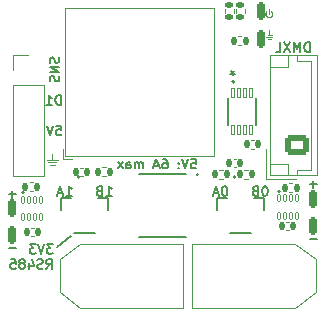
<source format=gbo>
G04 #@! TF.GenerationSoftware,KiCad,Pcbnew,7.0.7*
G04 #@! TF.CreationDate,2024-01-02T23:05:42-05:00*
G04 #@! TF.ProjectId,squirrelbrain,73717569-7272-4656-9c62-7261696e2e6b,1*
G04 #@! TF.SameCoordinates,Original*
G04 #@! TF.FileFunction,Legend,Bot*
G04 #@! TF.FilePolarity,Positive*
%FSLAX46Y46*%
G04 Gerber Fmt 4.6, Leading zero omitted, Abs format (unit mm)*
G04 Created by KiCad (PCBNEW 7.0.7) date 2024-01-02 23:05:42*
%MOMM*%
%LPD*%
G01*
G04 APERTURE LIST*
G04 Aperture macros list*
%AMRoundRect*
0 Rectangle with rounded corners*
0 $1 Rounding radius*
0 $2 $3 $4 $5 $6 $7 $8 $9 X,Y pos of 4 corners*
0 Add a 4 corners polygon primitive as box body*
4,1,4,$2,$3,$4,$5,$6,$7,$8,$9,$2,$3,0*
0 Add four circle primitives for the rounded corners*
1,1,$1+$1,$2,$3*
1,1,$1+$1,$4,$5*
1,1,$1+$1,$6,$7*
1,1,$1+$1,$8,$9*
0 Add four rect primitives between the rounded corners*
20,1,$1+$1,$2,$3,$4,$5,0*
20,1,$1+$1,$4,$5,$6,$7,0*
20,1,$1+$1,$6,$7,$8,$9,0*
20,1,$1+$1,$8,$9,$2,$3,0*%
G04 Aperture macros list end*
%ADD10C,0.150000*%
%ADD11C,0.120000*%
%ADD12C,0.200000*%
%ADD13C,0.127000*%
%ADD14C,0.152400*%
%ADD15RoundRect,0.150000X0.150000X0.600000X-0.150000X0.600000X-0.150000X-0.600000X0.150000X-0.600000X0*%
%ADD16RoundRect,0.135000X0.185000X-0.135000X0.185000X0.135000X-0.185000X0.135000X-0.185000X-0.135000X0*%
%ADD17O,1.700000X1.700000*%
%ADD18R,1.700000X1.700000*%
%ADD19RoundRect,0.009000X-0.141000X0.416000X-0.141000X-0.416000X0.141000X-0.416000X0.141000X0.416000X0*%
%ADD20R,0.200000X0.604799*%
%ADD21R,0.873098X0.250000*%
%ADD22RoundRect,0.140000X-0.140000X-0.170000X0.140000X-0.170000X0.140000X0.170000X-0.140000X0.170000X0*%
%ADD23R,0.385000X0.690000*%
%ADD24R,1.035000X0.690000*%
%ADD25RoundRect,0.135000X-0.135000X-0.185000X0.135000X-0.185000X0.135000X0.185000X-0.135000X0.185000X0*%
%ADD26RoundRect,0.135000X0.135000X0.185000X-0.135000X0.185000X-0.135000X-0.185000X0.135000X-0.185000X0*%
%ADD27R,1.200000X1.800000*%
%ADD28R,0.600000X1.550000*%
%ADD29R,3.800000X3.800000*%
%ADD30C,3.800000*%
%ADD31RoundRect,0.050000X-0.100000X0.285000X-0.100000X-0.285000X0.100000X-0.285000X0.100000X0.285000X0*%
%ADD32R,1.404099X0.354800*%
%ADD33R,2.768600X3.378200*%
%ADD34R,1.060000X1.060000*%
%ADD35RoundRect,0.250000X0.725000X-0.600000X0.725000X0.600000X-0.725000X0.600000X-0.725000X-0.600000X0*%
%ADD36O,1.950000X1.700000*%
G04 APERTURE END LIST*
D10*
X63060839Y-52364534D02*
X62451316Y-52364534D01*
X62756077Y-52669296D02*
X62756077Y-52059772D01*
X63060839Y-56964534D02*
X62451316Y-56964534D01*
X37585839Y-53189534D02*
X36976316Y-53189534D01*
X37281077Y-53494296D02*
X37281077Y-52884772D01*
X37585839Y-57764534D02*
X36976316Y-57764534D01*
X52454887Y-50219295D02*
X52835839Y-50219295D01*
X52835839Y-50219295D02*
X52873935Y-50600247D01*
X52873935Y-50600247D02*
X52835839Y-50562152D01*
X52835839Y-50562152D02*
X52759649Y-50524057D01*
X52759649Y-50524057D02*
X52569173Y-50524057D01*
X52569173Y-50524057D02*
X52492982Y-50562152D01*
X52492982Y-50562152D02*
X52454887Y-50600247D01*
X52454887Y-50600247D02*
X52416792Y-50676438D01*
X52416792Y-50676438D02*
X52416792Y-50866914D01*
X52416792Y-50866914D02*
X52454887Y-50943104D01*
X52454887Y-50943104D02*
X52492982Y-50981200D01*
X52492982Y-50981200D02*
X52569173Y-51019295D01*
X52569173Y-51019295D02*
X52759649Y-51019295D01*
X52759649Y-51019295D02*
X52835839Y-50981200D01*
X52835839Y-50981200D02*
X52873935Y-50943104D01*
X52188220Y-50219295D02*
X51921553Y-51019295D01*
X51921553Y-51019295D02*
X51654887Y-50219295D01*
X51388220Y-50943104D02*
X51350125Y-50981200D01*
X51350125Y-50981200D02*
X51388220Y-51019295D01*
X51388220Y-51019295D02*
X51426316Y-50981200D01*
X51426316Y-50981200D02*
X51388220Y-50943104D01*
X51388220Y-50943104D02*
X51388220Y-51019295D01*
X51388220Y-50524057D02*
X51350125Y-50562152D01*
X51350125Y-50562152D02*
X51388220Y-50600247D01*
X51388220Y-50600247D02*
X51426316Y-50562152D01*
X51426316Y-50562152D02*
X51388220Y-50524057D01*
X51388220Y-50524057D02*
X51388220Y-50600247D01*
X50054887Y-50219295D02*
X50207268Y-50219295D01*
X50207268Y-50219295D02*
X50283459Y-50257390D01*
X50283459Y-50257390D02*
X50321554Y-50295485D01*
X50321554Y-50295485D02*
X50397744Y-50409771D01*
X50397744Y-50409771D02*
X50435840Y-50562152D01*
X50435840Y-50562152D02*
X50435840Y-50866914D01*
X50435840Y-50866914D02*
X50397744Y-50943104D01*
X50397744Y-50943104D02*
X50359649Y-50981200D01*
X50359649Y-50981200D02*
X50283459Y-51019295D01*
X50283459Y-51019295D02*
X50131078Y-51019295D01*
X50131078Y-51019295D02*
X50054887Y-50981200D01*
X50054887Y-50981200D02*
X50016792Y-50943104D01*
X50016792Y-50943104D02*
X49978697Y-50866914D01*
X49978697Y-50866914D02*
X49978697Y-50676438D01*
X49978697Y-50676438D02*
X50016792Y-50600247D01*
X50016792Y-50600247D02*
X50054887Y-50562152D01*
X50054887Y-50562152D02*
X50131078Y-50524057D01*
X50131078Y-50524057D02*
X50283459Y-50524057D01*
X50283459Y-50524057D02*
X50359649Y-50562152D01*
X50359649Y-50562152D02*
X50397744Y-50600247D01*
X50397744Y-50600247D02*
X50435840Y-50676438D01*
X49673935Y-50790723D02*
X49292982Y-50790723D01*
X49750125Y-51019295D02*
X49483458Y-50219295D01*
X49483458Y-50219295D02*
X49216792Y-51019295D01*
X48340601Y-51019295D02*
X48340601Y-50485961D01*
X48340601Y-50562152D02*
X48302506Y-50524057D01*
X48302506Y-50524057D02*
X48226316Y-50485961D01*
X48226316Y-50485961D02*
X48112030Y-50485961D01*
X48112030Y-50485961D02*
X48035839Y-50524057D01*
X48035839Y-50524057D02*
X47997744Y-50600247D01*
X47997744Y-50600247D02*
X47997744Y-51019295D01*
X47997744Y-50600247D02*
X47959649Y-50524057D01*
X47959649Y-50524057D02*
X47883458Y-50485961D01*
X47883458Y-50485961D02*
X47769173Y-50485961D01*
X47769173Y-50485961D02*
X47692982Y-50524057D01*
X47692982Y-50524057D02*
X47654887Y-50600247D01*
X47654887Y-50600247D02*
X47654887Y-51019295D01*
X46931077Y-51019295D02*
X46931077Y-50600247D01*
X46931077Y-50600247D02*
X46969172Y-50524057D01*
X46969172Y-50524057D02*
X47045363Y-50485961D01*
X47045363Y-50485961D02*
X47197744Y-50485961D01*
X47197744Y-50485961D02*
X47273934Y-50524057D01*
X46931077Y-50981200D02*
X47007268Y-51019295D01*
X47007268Y-51019295D02*
X47197744Y-51019295D01*
X47197744Y-51019295D02*
X47273934Y-50981200D01*
X47273934Y-50981200D02*
X47312030Y-50905009D01*
X47312030Y-50905009D02*
X47312030Y-50828819D01*
X47312030Y-50828819D02*
X47273934Y-50752628D01*
X47273934Y-50752628D02*
X47197744Y-50714533D01*
X47197744Y-50714533D02*
X47007268Y-50714533D01*
X47007268Y-50714533D02*
X46931077Y-50676438D01*
X46626315Y-51019295D02*
X46207267Y-50485961D01*
X46626315Y-50485961D02*
X46207267Y-51019295D01*
X41050000Y-57650001D02*
X42275000Y-56775001D01*
X40712030Y-57431296D02*
X40216792Y-57431296D01*
X40216792Y-57431296D02*
X40483458Y-57736058D01*
X40483458Y-57736058D02*
X40369173Y-57736058D01*
X40369173Y-57736058D02*
X40292982Y-57774153D01*
X40292982Y-57774153D02*
X40254887Y-57812248D01*
X40254887Y-57812248D02*
X40216792Y-57888439D01*
X40216792Y-57888439D02*
X40216792Y-58078915D01*
X40216792Y-58078915D02*
X40254887Y-58155105D01*
X40254887Y-58155105D02*
X40292982Y-58193201D01*
X40292982Y-58193201D02*
X40369173Y-58231296D01*
X40369173Y-58231296D02*
X40597744Y-58231296D01*
X40597744Y-58231296D02*
X40673935Y-58193201D01*
X40673935Y-58193201D02*
X40712030Y-58155105D01*
X39988220Y-57431296D02*
X39721553Y-58231296D01*
X39721553Y-58231296D02*
X39454887Y-57431296D01*
X39264411Y-57431296D02*
X38769173Y-57431296D01*
X38769173Y-57431296D02*
X39035839Y-57736058D01*
X39035839Y-57736058D02*
X38921554Y-57736058D01*
X38921554Y-57736058D02*
X38845363Y-57774153D01*
X38845363Y-57774153D02*
X38807268Y-57812248D01*
X38807268Y-57812248D02*
X38769173Y-57888439D01*
X38769173Y-57888439D02*
X38769173Y-58078915D01*
X38769173Y-58078915D02*
X38807268Y-58155105D01*
X38807268Y-58155105D02*
X38845363Y-58193201D01*
X38845363Y-58193201D02*
X38921554Y-58231296D01*
X38921554Y-58231296D02*
X39150125Y-58231296D01*
X39150125Y-58231296D02*
X39226316Y-58193201D01*
X39226316Y-58193201D02*
X39264411Y-58155105D01*
X40178696Y-59519296D02*
X40445363Y-59138343D01*
X40635839Y-59519296D02*
X40635839Y-58719296D01*
X40635839Y-58719296D02*
X40331077Y-58719296D01*
X40331077Y-58719296D02*
X40254887Y-58757391D01*
X40254887Y-58757391D02*
X40216792Y-58795486D01*
X40216792Y-58795486D02*
X40178696Y-58871677D01*
X40178696Y-58871677D02*
X40178696Y-58985962D01*
X40178696Y-58985962D02*
X40216792Y-59062153D01*
X40216792Y-59062153D02*
X40254887Y-59100248D01*
X40254887Y-59100248D02*
X40331077Y-59138343D01*
X40331077Y-59138343D02*
X40635839Y-59138343D01*
X39873935Y-59481201D02*
X39759649Y-59519296D01*
X39759649Y-59519296D02*
X39569173Y-59519296D01*
X39569173Y-59519296D02*
X39492982Y-59481201D01*
X39492982Y-59481201D02*
X39454887Y-59443105D01*
X39454887Y-59443105D02*
X39416792Y-59366915D01*
X39416792Y-59366915D02*
X39416792Y-59290724D01*
X39416792Y-59290724D02*
X39454887Y-59214534D01*
X39454887Y-59214534D02*
X39492982Y-59176439D01*
X39492982Y-59176439D02*
X39569173Y-59138343D01*
X39569173Y-59138343D02*
X39721554Y-59100248D01*
X39721554Y-59100248D02*
X39797744Y-59062153D01*
X39797744Y-59062153D02*
X39835839Y-59024058D01*
X39835839Y-59024058D02*
X39873935Y-58947867D01*
X39873935Y-58947867D02*
X39873935Y-58871677D01*
X39873935Y-58871677D02*
X39835839Y-58795486D01*
X39835839Y-58795486D02*
X39797744Y-58757391D01*
X39797744Y-58757391D02*
X39721554Y-58719296D01*
X39721554Y-58719296D02*
X39531077Y-58719296D01*
X39531077Y-58719296D02*
X39416792Y-58757391D01*
X38731077Y-58985962D02*
X38731077Y-59519296D01*
X38921553Y-58681201D02*
X39112030Y-59252629D01*
X39112030Y-59252629D02*
X38616791Y-59252629D01*
X38197744Y-59062153D02*
X38273934Y-59024058D01*
X38273934Y-59024058D02*
X38312029Y-58985962D01*
X38312029Y-58985962D02*
X38350125Y-58909772D01*
X38350125Y-58909772D02*
X38350125Y-58871677D01*
X38350125Y-58871677D02*
X38312029Y-58795486D01*
X38312029Y-58795486D02*
X38273934Y-58757391D01*
X38273934Y-58757391D02*
X38197744Y-58719296D01*
X38197744Y-58719296D02*
X38045363Y-58719296D01*
X38045363Y-58719296D02*
X37969172Y-58757391D01*
X37969172Y-58757391D02*
X37931077Y-58795486D01*
X37931077Y-58795486D02*
X37892982Y-58871677D01*
X37892982Y-58871677D02*
X37892982Y-58909772D01*
X37892982Y-58909772D02*
X37931077Y-58985962D01*
X37931077Y-58985962D02*
X37969172Y-59024058D01*
X37969172Y-59024058D02*
X38045363Y-59062153D01*
X38045363Y-59062153D02*
X38197744Y-59062153D01*
X38197744Y-59062153D02*
X38273934Y-59100248D01*
X38273934Y-59100248D02*
X38312029Y-59138343D01*
X38312029Y-59138343D02*
X38350125Y-59214534D01*
X38350125Y-59214534D02*
X38350125Y-59366915D01*
X38350125Y-59366915D02*
X38312029Y-59443105D01*
X38312029Y-59443105D02*
X38273934Y-59481201D01*
X38273934Y-59481201D02*
X38197744Y-59519296D01*
X38197744Y-59519296D02*
X38045363Y-59519296D01*
X38045363Y-59519296D02*
X37969172Y-59481201D01*
X37969172Y-59481201D02*
X37931077Y-59443105D01*
X37931077Y-59443105D02*
X37892982Y-59366915D01*
X37892982Y-59366915D02*
X37892982Y-59214534D01*
X37892982Y-59214534D02*
X37931077Y-59138343D01*
X37931077Y-59138343D02*
X37969172Y-59100248D01*
X37969172Y-59100248D02*
X38045363Y-59062153D01*
X37169172Y-58719296D02*
X37550124Y-58719296D01*
X37550124Y-58719296D02*
X37588220Y-59100248D01*
X37588220Y-59100248D02*
X37550124Y-59062153D01*
X37550124Y-59062153D02*
X37473934Y-59024058D01*
X37473934Y-59024058D02*
X37283458Y-59024058D01*
X37283458Y-59024058D02*
X37207267Y-59062153D01*
X37207267Y-59062153D02*
X37169172Y-59100248D01*
X37169172Y-59100248D02*
X37131077Y-59176439D01*
X37131077Y-59176439D02*
X37131077Y-59366915D01*
X37131077Y-59366915D02*
X37169172Y-59443105D01*
X37169172Y-59443105D02*
X37207267Y-59481201D01*
X37207267Y-59481201D02*
X37283458Y-59519296D01*
X37283458Y-59519296D02*
X37473934Y-59519296D01*
X37473934Y-59519296D02*
X37550124Y-59481201D01*
X37550124Y-59481201D02*
X37588220Y-59443105D01*
X40493800Y-43648935D02*
X40455704Y-43534649D01*
X40455704Y-43534649D02*
X40455704Y-43344173D01*
X40455704Y-43344173D02*
X40493800Y-43267982D01*
X40493800Y-43267982D02*
X40531895Y-43229887D01*
X40531895Y-43229887D02*
X40608085Y-43191792D01*
X40608085Y-43191792D02*
X40684276Y-43191792D01*
X40684276Y-43191792D02*
X40760466Y-43229887D01*
X40760466Y-43229887D02*
X40798561Y-43267982D01*
X40798561Y-43267982D02*
X40836657Y-43344173D01*
X40836657Y-43344173D02*
X40874752Y-43496554D01*
X40874752Y-43496554D02*
X40912847Y-43572744D01*
X40912847Y-43572744D02*
X40950942Y-43610839D01*
X40950942Y-43610839D02*
X41027133Y-43648935D01*
X41027133Y-43648935D02*
X41103323Y-43648935D01*
X41103323Y-43648935D02*
X41179514Y-43610839D01*
X41179514Y-43610839D02*
X41217609Y-43572744D01*
X41217609Y-43572744D02*
X41255704Y-43496554D01*
X41255704Y-43496554D02*
X41255704Y-43306077D01*
X41255704Y-43306077D02*
X41217609Y-43191792D01*
X40455704Y-42848934D02*
X41255704Y-42848934D01*
X41255704Y-42848934D02*
X40455704Y-42391791D01*
X40455704Y-42391791D02*
X41255704Y-42391791D01*
X40493800Y-42048935D02*
X40455704Y-41934649D01*
X40455704Y-41934649D02*
X40455704Y-41744173D01*
X40455704Y-41744173D02*
X40493800Y-41667982D01*
X40493800Y-41667982D02*
X40531895Y-41629887D01*
X40531895Y-41629887D02*
X40608085Y-41591792D01*
X40608085Y-41591792D02*
X40684276Y-41591792D01*
X40684276Y-41591792D02*
X40760466Y-41629887D01*
X40760466Y-41629887D02*
X40798561Y-41667982D01*
X40798561Y-41667982D02*
X40836657Y-41744173D01*
X40836657Y-41744173D02*
X40874752Y-41896554D01*
X40874752Y-41896554D02*
X40912847Y-41972744D01*
X40912847Y-41972744D02*
X40950942Y-42010839D01*
X40950942Y-42010839D02*
X41027133Y-42048935D01*
X41027133Y-42048935D02*
X41103323Y-42048935D01*
X41103323Y-42048935D02*
X41179514Y-42010839D01*
X41179514Y-42010839D02*
X41217609Y-41972744D01*
X41217609Y-41972744D02*
X41255704Y-41896554D01*
X41255704Y-41896554D02*
X41255704Y-41706077D01*
X41255704Y-41706077D02*
X41217609Y-41591792D01*
X62460839Y-41144296D02*
X62460839Y-40344296D01*
X62460839Y-40344296D02*
X62270363Y-40344296D01*
X62270363Y-40344296D02*
X62156077Y-40382391D01*
X62156077Y-40382391D02*
X62079887Y-40458581D01*
X62079887Y-40458581D02*
X62041792Y-40534772D01*
X62041792Y-40534772D02*
X62003696Y-40687153D01*
X62003696Y-40687153D02*
X62003696Y-40801439D01*
X62003696Y-40801439D02*
X62041792Y-40953820D01*
X62041792Y-40953820D02*
X62079887Y-41030010D01*
X62079887Y-41030010D02*
X62156077Y-41106201D01*
X62156077Y-41106201D02*
X62270363Y-41144296D01*
X62270363Y-41144296D02*
X62460839Y-41144296D01*
X61660839Y-41144296D02*
X61660839Y-40344296D01*
X61660839Y-40344296D02*
X61394173Y-40915724D01*
X61394173Y-40915724D02*
X61127506Y-40344296D01*
X61127506Y-40344296D02*
X61127506Y-41144296D01*
X60822744Y-40344296D02*
X60289410Y-41144296D01*
X60289410Y-40344296D02*
X60822744Y-41144296D01*
X59603696Y-41144296D02*
X59984648Y-41144296D01*
X59984648Y-41144296D02*
X59984648Y-40344296D01*
X41004887Y-47394295D02*
X41385839Y-47394295D01*
X41385839Y-47394295D02*
X41423935Y-47775247D01*
X41423935Y-47775247D02*
X41385839Y-47737152D01*
X41385839Y-47737152D02*
X41309649Y-47699057D01*
X41309649Y-47699057D02*
X41119173Y-47699057D01*
X41119173Y-47699057D02*
X41042982Y-47737152D01*
X41042982Y-47737152D02*
X41004887Y-47775247D01*
X41004887Y-47775247D02*
X40966792Y-47851438D01*
X40966792Y-47851438D02*
X40966792Y-48041914D01*
X40966792Y-48041914D02*
X41004887Y-48118104D01*
X41004887Y-48118104D02*
X41042982Y-48156200D01*
X41042982Y-48156200D02*
X41119173Y-48194295D01*
X41119173Y-48194295D02*
X41309649Y-48194295D01*
X41309649Y-48194295D02*
X41385839Y-48156200D01*
X41385839Y-48156200D02*
X41423935Y-48118104D01*
X40738220Y-47394295D02*
X40471553Y-48194295D01*
X40471553Y-48194295D02*
X40204887Y-47394295D01*
X41385839Y-45619295D02*
X41385839Y-44819295D01*
X41385839Y-44819295D02*
X41195363Y-44819295D01*
X41195363Y-44819295D02*
X41081077Y-44857390D01*
X41081077Y-44857390D02*
X41004887Y-44933580D01*
X41004887Y-44933580D02*
X40966792Y-45009771D01*
X40966792Y-45009771D02*
X40928696Y-45162152D01*
X40928696Y-45162152D02*
X40928696Y-45276438D01*
X40928696Y-45276438D02*
X40966792Y-45428819D01*
X40966792Y-45428819D02*
X41004887Y-45505009D01*
X41004887Y-45505009D02*
X41081077Y-45581200D01*
X41081077Y-45581200D02*
X41195363Y-45619295D01*
X41195363Y-45619295D02*
X41385839Y-45619295D01*
X40166792Y-45619295D02*
X40623935Y-45619295D01*
X40395363Y-45619295D02*
X40395363Y-44819295D01*
X40395363Y-44819295D02*
X40471554Y-44933580D01*
X40471554Y-44933580D02*
X40547744Y-45009771D01*
X40547744Y-45009771D02*
X40623935Y-45047866D01*
X45241792Y-53319295D02*
X45698935Y-53319295D01*
X45470363Y-53319295D02*
X45470363Y-52519295D01*
X45470363Y-52519295D02*
X45546554Y-52633580D01*
X45546554Y-52633580D02*
X45622744Y-52709771D01*
X45622744Y-52709771D02*
X45698935Y-52747866D01*
X44632268Y-52900247D02*
X44517982Y-52938342D01*
X44517982Y-52938342D02*
X44479887Y-52976438D01*
X44479887Y-52976438D02*
X44441791Y-53052628D01*
X44441791Y-53052628D02*
X44441791Y-53166914D01*
X44441791Y-53166914D02*
X44479887Y-53243104D01*
X44479887Y-53243104D02*
X44517982Y-53281200D01*
X44517982Y-53281200D02*
X44594172Y-53319295D01*
X44594172Y-53319295D02*
X44898934Y-53319295D01*
X44898934Y-53319295D02*
X44898934Y-52519295D01*
X44898934Y-52519295D02*
X44632268Y-52519295D01*
X44632268Y-52519295D02*
X44556077Y-52557390D01*
X44556077Y-52557390D02*
X44517982Y-52595485D01*
X44517982Y-52595485D02*
X44479887Y-52671676D01*
X44479887Y-52671676D02*
X44479887Y-52747866D01*
X44479887Y-52747866D02*
X44517982Y-52824057D01*
X44517982Y-52824057D02*
X44556077Y-52862152D01*
X44556077Y-52862152D02*
X44632268Y-52900247D01*
X44632268Y-52900247D02*
X44898934Y-52900247D01*
X41841792Y-53319295D02*
X42298935Y-53319295D01*
X42070363Y-53319295D02*
X42070363Y-52519295D01*
X42070363Y-52519295D02*
X42146554Y-52633580D01*
X42146554Y-52633580D02*
X42222744Y-52709771D01*
X42222744Y-52709771D02*
X42298935Y-52747866D01*
X41537030Y-53090723D02*
X41156077Y-53090723D01*
X41613220Y-53319295D02*
X41346553Y-52519295D01*
X41346553Y-52519295D02*
X41079887Y-53319295D01*
X55308458Y-52544295D02*
X55232268Y-52544295D01*
X55232268Y-52544295D02*
X55156077Y-52582390D01*
X55156077Y-52582390D02*
X55117982Y-52620485D01*
X55117982Y-52620485D02*
X55079887Y-52696676D01*
X55079887Y-52696676D02*
X55041792Y-52849057D01*
X55041792Y-52849057D02*
X55041792Y-53039533D01*
X55041792Y-53039533D02*
X55079887Y-53191914D01*
X55079887Y-53191914D02*
X55117982Y-53268104D01*
X55117982Y-53268104D02*
X55156077Y-53306200D01*
X55156077Y-53306200D02*
X55232268Y-53344295D01*
X55232268Y-53344295D02*
X55308458Y-53344295D01*
X55308458Y-53344295D02*
X55384649Y-53306200D01*
X55384649Y-53306200D02*
X55422744Y-53268104D01*
X55422744Y-53268104D02*
X55460839Y-53191914D01*
X55460839Y-53191914D02*
X55498935Y-53039533D01*
X55498935Y-53039533D02*
X55498935Y-52849057D01*
X55498935Y-52849057D02*
X55460839Y-52696676D01*
X55460839Y-52696676D02*
X55422744Y-52620485D01*
X55422744Y-52620485D02*
X55384649Y-52582390D01*
X55384649Y-52582390D02*
X55308458Y-52544295D01*
X54737030Y-53115723D02*
X54356077Y-53115723D01*
X54813220Y-53344295D02*
X54546553Y-52544295D01*
X54546553Y-52544295D02*
X54279887Y-53344295D01*
X58708458Y-52544295D02*
X58632268Y-52544295D01*
X58632268Y-52544295D02*
X58556077Y-52582390D01*
X58556077Y-52582390D02*
X58517982Y-52620485D01*
X58517982Y-52620485D02*
X58479887Y-52696676D01*
X58479887Y-52696676D02*
X58441792Y-52849057D01*
X58441792Y-52849057D02*
X58441792Y-53039533D01*
X58441792Y-53039533D02*
X58479887Y-53191914D01*
X58479887Y-53191914D02*
X58517982Y-53268104D01*
X58517982Y-53268104D02*
X58556077Y-53306200D01*
X58556077Y-53306200D02*
X58632268Y-53344295D01*
X58632268Y-53344295D02*
X58708458Y-53344295D01*
X58708458Y-53344295D02*
X58784649Y-53306200D01*
X58784649Y-53306200D02*
X58822744Y-53268104D01*
X58822744Y-53268104D02*
X58860839Y-53191914D01*
X58860839Y-53191914D02*
X58898935Y-53039533D01*
X58898935Y-53039533D02*
X58898935Y-52849057D01*
X58898935Y-52849057D02*
X58860839Y-52696676D01*
X58860839Y-52696676D02*
X58822744Y-52620485D01*
X58822744Y-52620485D02*
X58784649Y-52582390D01*
X58784649Y-52582390D02*
X58708458Y-52544295D01*
X57832268Y-52925247D02*
X57717982Y-52963342D01*
X57717982Y-52963342D02*
X57679887Y-53001438D01*
X57679887Y-53001438D02*
X57641791Y-53077628D01*
X57641791Y-53077628D02*
X57641791Y-53191914D01*
X57641791Y-53191914D02*
X57679887Y-53268104D01*
X57679887Y-53268104D02*
X57717982Y-53306200D01*
X57717982Y-53306200D02*
X57794172Y-53344295D01*
X57794172Y-53344295D02*
X58098934Y-53344295D01*
X58098934Y-53344295D02*
X58098934Y-52544295D01*
X58098934Y-52544295D02*
X57832268Y-52544295D01*
X57832268Y-52544295D02*
X57756077Y-52582390D01*
X57756077Y-52582390D02*
X57717982Y-52620485D01*
X57717982Y-52620485D02*
X57679887Y-52696676D01*
X57679887Y-52696676D02*
X57679887Y-52772866D01*
X57679887Y-52772866D02*
X57717982Y-52849057D01*
X57717982Y-52849057D02*
X57756077Y-52887152D01*
X57756077Y-52887152D02*
X57832268Y-52925247D01*
X57832268Y-52925247D02*
X58098934Y-52925247D01*
X55949999Y-43129105D02*
X55949999Y-42938629D01*
X55759523Y-43014820D02*
X55949999Y-42938629D01*
X55949999Y-42938629D02*
X56140476Y-43014820D01*
X55835714Y-42786248D02*
X55949999Y-42938629D01*
X55949999Y-42938629D02*
X56064285Y-42786248D01*
X52949999Y-51459580D02*
X52902380Y-51507200D01*
X52902380Y-51507200D02*
X52949999Y-51554819D01*
X52949999Y-51554819D02*
X52997618Y-51507200D01*
X52997618Y-51507200D02*
X52949999Y-51459580D01*
X52949999Y-51459580D02*
X52949999Y-51554819D01*
G36*
X40818786Y-50691623D02*
G01*
X40854886Y-50692088D01*
X40882077Y-50692849D01*
X40900408Y-50693907D01*
X40909930Y-50695264D01*
X40920118Y-50699540D01*
X40935249Y-50711111D01*
X40945972Y-50725954D01*
X40950045Y-50741485D01*
X40947730Y-50756322D01*
X40939177Y-50774646D01*
X40926328Y-50788362D01*
X40925365Y-50788967D01*
X40921526Y-50790520D01*
X40915510Y-50791809D01*
X40906548Y-50792858D01*
X40893871Y-50793690D01*
X40876712Y-50794328D01*
X40854302Y-50794798D01*
X40825873Y-50795121D01*
X40790656Y-50795323D01*
X40747884Y-50795427D01*
X40696787Y-50795456D01*
X40477376Y-50795456D01*
X40463385Y-50782956D01*
X40453411Y-50770825D01*
X40446805Y-50752134D01*
X40447454Y-50732490D01*
X40455181Y-50714215D01*
X40469806Y-50699628D01*
X40470531Y-50699203D01*
X40475009Y-50697688D01*
X40482626Y-50696409D01*
X40494127Y-50695337D01*
X40510255Y-50694447D01*
X40531756Y-50693712D01*
X40559373Y-50693104D01*
X40593850Y-50692596D01*
X40635931Y-50692161D01*
X40686361Y-50691773D01*
X40719655Y-50691580D01*
X40773726Y-50691454D01*
X40818786Y-50691623D01*
G37*
G36*
X41069312Y-50490538D02*
G01*
X41072023Y-50493151D01*
X41082567Y-50509966D01*
X41085630Y-50529029D01*
X41081212Y-50547867D01*
X41069312Y-50564011D01*
X41054465Y-50577274D01*
X40697727Y-50577274D01*
X40340988Y-50577274D01*
X40326141Y-50564011D01*
X40322723Y-50560872D01*
X40315304Y-50552101D01*
X40312029Y-50542225D01*
X40311294Y-50527274D01*
X40311348Y-50521822D01*
X40312704Y-50508882D01*
X40317100Y-50499777D01*
X40326141Y-50490538D01*
X40340988Y-50477274D01*
X40697727Y-50477274D01*
X41054465Y-50477274D01*
X41069312Y-50490538D01*
G37*
G36*
X40707557Y-49805828D02*
G01*
X40725363Y-49812849D01*
X40739627Y-49826810D01*
X40750009Y-49842255D01*
X40750009Y-50050674D01*
X40750009Y-50259092D01*
X40966411Y-50259092D01*
X41182814Y-50259092D01*
X41198271Y-50274547D01*
X41205682Y-50282696D01*
X41212036Y-50294134D01*
X41213728Y-50307626D01*
X41213353Y-50314563D01*
X41208612Y-50331248D01*
X41197389Y-50349284D01*
X41196702Y-50349782D01*
X41190006Y-50352818D01*
X41178833Y-50357083D01*
X41176190Y-50357623D01*
X41164494Y-50358629D01*
X41144889Y-50359528D01*
X41118114Y-50360324D01*
X41084908Y-50361016D01*
X41046009Y-50361606D01*
X41002158Y-50362096D01*
X40954093Y-50362487D01*
X40902554Y-50362780D01*
X40848280Y-50362977D01*
X40792010Y-50363079D01*
X40734484Y-50363087D01*
X40676439Y-50363003D01*
X40618617Y-50362828D01*
X40561756Y-50362564D01*
X40506594Y-50362211D01*
X40453872Y-50361772D01*
X40404329Y-50361247D01*
X40358703Y-50360638D01*
X40317734Y-50359947D01*
X40282162Y-50359174D01*
X40252725Y-50358321D01*
X40230162Y-50357389D01*
X40215213Y-50356381D01*
X40208618Y-50355296D01*
X40195503Y-50344699D01*
X40185428Y-50327316D01*
X40181725Y-50306800D01*
X40182247Y-50299141D01*
X40186678Y-50287128D01*
X40197183Y-50274547D01*
X40212640Y-50259092D01*
X40429042Y-50259092D01*
X40645445Y-50259092D01*
X40645445Y-50050674D01*
X40645445Y-49842255D01*
X40655756Y-49826957D01*
X40656159Y-49826367D01*
X40670629Y-49812592D01*
X40688537Y-49805744D01*
X40707557Y-49805828D01*
G37*
G36*
X59185025Y-40023343D02*
G01*
X59213904Y-40023715D01*
X59235656Y-40024324D01*
X59250320Y-40025171D01*
X59257938Y-40026256D01*
X59266088Y-40029677D01*
X59278192Y-40038935D01*
X59286770Y-40050811D01*
X59290028Y-40063238D01*
X59288176Y-40075109D01*
X59281334Y-40089771D01*
X59271055Y-40100745D01*
X59270285Y-40101229D01*
X59267215Y-40102472D01*
X59262402Y-40103503D01*
X59255232Y-40104342D01*
X59245091Y-40105008D01*
X59231365Y-40105519D01*
X59213437Y-40105894D01*
X59190695Y-40106153D01*
X59162522Y-40106315D01*
X59128305Y-40106398D01*
X59087429Y-40106421D01*
X58911907Y-40106421D01*
X58900715Y-40096420D01*
X58892736Y-40086713D01*
X58887451Y-40071758D01*
X58887971Y-40056041D01*
X58894152Y-40041419D01*
X58905851Y-40029748D01*
X58906431Y-40029408D01*
X58910013Y-40028196D01*
X58916107Y-40027172D01*
X58925307Y-40026315D01*
X58938209Y-40025603D01*
X58955409Y-40025014D01*
X58977502Y-40024527D01*
X59005083Y-40024121D01*
X59038747Y-40023773D01*
X59079089Y-40023463D01*
X59105723Y-40023309D01*
X59148978Y-40023208D01*
X59185025Y-40023343D01*
G37*
G36*
X59385439Y-39862452D02*
G01*
X59387607Y-39864542D01*
X59396043Y-39877996D01*
X59398493Y-39893249D01*
X59394958Y-39908322D01*
X59385439Y-39921238D01*
X59373562Y-39931851D01*
X59088181Y-39931851D01*
X58802801Y-39931851D01*
X58790923Y-39921238D01*
X58788189Y-39918727D01*
X58782254Y-39911709D01*
X58779634Y-39903807D01*
X58779046Y-39891845D01*
X58779089Y-39887483D01*
X58780174Y-39877129D01*
X58783691Y-39869844D01*
X58790923Y-39862452D01*
X58802801Y-39851839D01*
X59088181Y-39851839D01*
X59373562Y-39851839D01*
X59385439Y-39862452D01*
G37*
G36*
X59096045Y-39314606D02*
G01*
X59110289Y-39320223D01*
X59121700Y-39331393D01*
X59130005Y-39343751D01*
X59130005Y-39510510D01*
X59130005Y-39677269D01*
X59303121Y-39677269D01*
X59476237Y-39677269D01*
X59488602Y-39689634D01*
X59494531Y-39696154D01*
X59499614Y-39705306D01*
X59500968Y-39716102D01*
X59500668Y-39721652D01*
X59496875Y-39735002D01*
X59487897Y-39749433D01*
X59487347Y-39749831D01*
X59481990Y-39752260D01*
X59473052Y-39755672D01*
X59470938Y-39756105D01*
X59461582Y-39756909D01*
X59445898Y-39757629D01*
X59424479Y-39758265D01*
X59397915Y-39758819D01*
X59366797Y-39759291D01*
X59331718Y-39759683D01*
X59293267Y-39759996D01*
X59252037Y-39760231D01*
X59208620Y-39760388D01*
X59163605Y-39760470D01*
X59117586Y-39760476D01*
X59071152Y-39760409D01*
X59024896Y-39760269D01*
X58979408Y-39760058D01*
X58935281Y-39759776D01*
X58893105Y-39759424D01*
X58853471Y-39759004D01*
X58816972Y-39758517D01*
X58784198Y-39757964D01*
X58755741Y-39757345D01*
X58732192Y-39756663D01*
X58714143Y-39755918D01*
X58702184Y-39755111D01*
X58696908Y-39754243D01*
X58686417Y-39745764D01*
X58678357Y-39731855D01*
X58675395Y-39715440D01*
X58675812Y-39709312D01*
X58679357Y-39699701D01*
X58687760Y-39689634D01*
X58700126Y-39677269D01*
X58873241Y-39677269D01*
X59046357Y-39677269D01*
X59046357Y-39510510D01*
X59046357Y-39343751D01*
X59054606Y-39331511D01*
X59054928Y-39331039D01*
X59066504Y-39320017D01*
X59080830Y-39314538D01*
X59096045Y-39314606D01*
G37*
G36*
X58839256Y-37697556D02*
G01*
X58842482Y-37697728D01*
X58845365Y-37698008D01*
X58847718Y-37698393D01*
X58852470Y-37699607D01*
X58858760Y-37701826D01*
X58864665Y-37704641D01*
X58870156Y-37708022D01*
X58875203Y-37711939D01*
X58879777Y-37716362D01*
X58883846Y-37721263D01*
X58887383Y-37726610D01*
X58890357Y-37732376D01*
X58892738Y-37738530D01*
X58894496Y-37745042D01*
X58895006Y-37748118D01*
X58895346Y-37751692D01*
X58895507Y-37755516D01*
X58895485Y-37759359D01*
X58895277Y-37762991D01*
X58894878Y-37766181D01*
X58894696Y-37767206D01*
X58893396Y-37772930D01*
X58891661Y-37778266D01*
X58889435Y-37783326D01*
X58886664Y-37788221D01*
X58883292Y-37793063D01*
X58879266Y-37797964D01*
X58871966Y-37806660D01*
X58864121Y-37817043D01*
X58856913Y-37827767D01*
X58850351Y-37838817D01*
X58844442Y-37850177D01*
X58839193Y-37861830D01*
X58834611Y-37873759D01*
X58830703Y-37885949D01*
X58827478Y-37898383D01*
X58824941Y-37911044D01*
X58823102Y-37923917D01*
X58822718Y-37927496D01*
X58822370Y-37931445D01*
X58822115Y-37935368D01*
X58821947Y-37939418D01*
X58821859Y-37943743D01*
X58821845Y-37948495D01*
X58821901Y-37953824D01*
X58821961Y-37957063D01*
X58822127Y-37962516D01*
X58822377Y-37967501D01*
X58822726Y-37972185D01*
X58823191Y-37976738D01*
X58823787Y-37981327D01*
X58824531Y-37986120D01*
X58825437Y-37991284D01*
X58826101Y-37994746D01*
X58828948Y-38007155D01*
X58832468Y-38019317D01*
X58836643Y-38031209D01*
X58841453Y-38042808D01*
X58846881Y-38054092D01*
X58852907Y-38065038D01*
X58859513Y-38075622D01*
X58866680Y-38085823D01*
X58874389Y-38095617D01*
X58882622Y-38104982D01*
X58891361Y-38113895D01*
X58900586Y-38122333D01*
X58910279Y-38130274D01*
X58920421Y-38137694D01*
X58930993Y-38144571D01*
X58941978Y-38150882D01*
X58953355Y-38156604D01*
X58965107Y-38161714D01*
X58974200Y-38165139D01*
X58986245Y-38168997D01*
X58998474Y-38172168D01*
X59010852Y-38174652D01*
X59023343Y-38176449D01*
X59035910Y-38177560D01*
X59048518Y-38177983D01*
X59061130Y-38177720D01*
X59073712Y-38176770D01*
X59086226Y-38175133D01*
X59098638Y-38172809D01*
X59110910Y-38169798D01*
X59123007Y-38166100D01*
X59134893Y-38161716D01*
X59134985Y-38161679D01*
X59146720Y-38156573D01*
X59158079Y-38150857D01*
X59169044Y-38144553D01*
X59179596Y-38137685D01*
X59189717Y-38130277D01*
X59199389Y-38122351D01*
X59208595Y-38113930D01*
X59217314Y-38105037D01*
X59225531Y-38095696D01*
X59233225Y-38085930D01*
X59240379Y-38075761D01*
X59246975Y-38065214D01*
X59252995Y-38054310D01*
X59258420Y-38043073D01*
X59263232Y-38031526D01*
X59267413Y-38019693D01*
X59270945Y-38007596D01*
X59273809Y-37995259D01*
X59275988Y-37982704D01*
X59276064Y-37982177D01*
X59276530Y-37978848D01*
X59276917Y-37975868D01*
X59277230Y-37973117D01*
X59277479Y-37970475D01*
X59277669Y-37967823D01*
X59277808Y-37965041D01*
X59277905Y-37962008D01*
X59277966Y-37958604D01*
X59277999Y-37954711D01*
X59278011Y-37950207D01*
X59278012Y-37948651D01*
X59278003Y-37944411D01*
X59277973Y-37940745D01*
X59277915Y-37937537D01*
X59277822Y-37934670D01*
X59277687Y-37932027D01*
X59277504Y-37929490D01*
X59277266Y-37926943D01*
X59276965Y-37924270D01*
X59276596Y-37921353D01*
X59276152Y-37918075D01*
X59275295Y-37912411D01*
X59272860Y-37899806D01*
X59269729Y-37887405D01*
X59265912Y-37875230D01*
X59261419Y-37863300D01*
X59256258Y-37851635D01*
X59250439Y-37840256D01*
X59243971Y-37829184D01*
X59236864Y-37818437D01*
X59229127Y-37808037D01*
X59220770Y-37798004D01*
X59219680Y-37796745D01*
X59215854Y-37791920D01*
X59212663Y-37787139D01*
X59210050Y-37782289D01*
X59207960Y-37777256D01*
X59206335Y-37771924D01*
X59205121Y-37766181D01*
X59204954Y-37765086D01*
X59204645Y-37761909D01*
X59204502Y-37758368D01*
X59204521Y-37754679D01*
X59204698Y-37751059D01*
X59205030Y-37747722D01*
X59205512Y-37744884D01*
X59206645Y-37740478D01*
X59208864Y-37734177D01*
X59211679Y-37728264D01*
X59215064Y-37722770D01*
X59218989Y-37717721D01*
X59223426Y-37713147D01*
X59228346Y-37709076D01*
X59233720Y-37705537D01*
X59239520Y-37702557D01*
X59245717Y-37700166D01*
X59252283Y-37698392D01*
X59253731Y-37698132D01*
X59256447Y-37697815D01*
X59259572Y-37697605D01*
X59262918Y-37697503D01*
X59266295Y-37697512D01*
X59269517Y-37697631D01*
X59272394Y-37697864D01*
X59274739Y-37698211D01*
X59274922Y-37698248D01*
X59281345Y-37699918D01*
X59287534Y-37702249D01*
X59293418Y-37705206D01*
X59298931Y-37708754D01*
X59304002Y-37712859D01*
X59304323Y-37713155D01*
X59305902Y-37714711D01*
X59307833Y-37716742D01*
X59310040Y-37719163D01*
X59312449Y-37721890D01*
X59314985Y-37724838D01*
X59317572Y-37727923D01*
X59320137Y-37731060D01*
X59321547Y-37732821D01*
X59331203Y-37745530D01*
X59340238Y-37758609D01*
X59348644Y-37772037D01*
X59356414Y-37785795D01*
X59363538Y-37799861D01*
X59370009Y-37814214D01*
X59375818Y-37828834D01*
X59380956Y-37843700D01*
X59385417Y-37858792D01*
X59389190Y-37874088D01*
X59392268Y-37889568D01*
X59394643Y-37905211D01*
X59396306Y-37920996D01*
X59397233Y-37936400D01*
X59397477Y-37952279D01*
X59397002Y-37968115D01*
X59395811Y-37983885D01*
X59393908Y-37999565D01*
X59391297Y-38015131D01*
X59387983Y-38030558D01*
X59383968Y-38045825D01*
X59379259Y-38060906D01*
X59373857Y-38075778D01*
X59367768Y-38090417D01*
X59365550Y-38095316D01*
X59358679Y-38109329D01*
X59351162Y-38123053D01*
X59343029Y-38136441D01*
X59334310Y-38149449D01*
X59325036Y-38162030D01*
X59315235Y-38174141D01*
X59304938Y-38185735D01*
X59304057Y-38186674D01*
X59301817Y-38189017D01*
X59299273Y-38191629D01*
X59296539Y-38194395D01*
X59293730Y-38197200D01*
X59290962Y-38199930D01*
X59288350Y-38202472D01*
X59286007Y-38204709D01*
X59284050Y-38206529D01*
X59279405Y-38210684D01*
X59267299Y-38220841D01*
X59254770Y-38230420D01*
X59241844Y-38239407D01*
X59228546Y-38247789D01*
X59214901Y-38255556D01*
X59200934Y-38262694D01*
X59186670Y-38269190D01*
X59172134Y-38275033D01*
X59157352Y-38280211D01*
X59142347Y-38284710D01*
X59127147Y-38288518D01*
X59111774Y-38291623D01*
X59104481Y-38292838D01*
X59095392Y-38294139D01*
X59086238Y-38295226D01*
X59077203Y-38296082D01*
X59068470Y-38296685D01*
X59060224Y-38297018D01*
X59057793Y-38297073D01*
X59054075Y-38297140D01*
X59050766Y-38297170D01*
X59047665Y-38297162D01*
X59044569Y-38297114D01*
X59041277Y-38297027D01*
X59037586Y-38296898D01*
X59029431Y-38296504D01*
X59013973Y-38295264D01*
X58998793Y-38293380D01*
X58983826Y-38290842D01*
X58969006Y-38287637D01*
X58954269Y-38283754D01*
X58939548Y-38279180D01*
X58931326Y-38276308D01*
X58917925Y-38271100D01*
X58904628Y-38265287D01*
X58891542Y-38258925D01*
X58878779Y-38252067D01*
X58866447Y-38244767D01*
X58854655Y-38237080D01*
X58843826Y-38229370D01*
X58831157Y-38219546D01*
X58818995Y-38209204D01*
X58807351Y-38198359D01*
X58796237Y-38187022D01*
X58785665Y-38175206D01*
X58775646Y-38162923D01*
X58766191Y-38150186D01*
X58757314Y-38137008D01*
X58749025Y-38123401D01*
X58741676Y-38110022D01*
X58734681Y-38095809D01*
X58728351Y-38081310D01*
X58722695Y-38066550D01*
X58717720Y-38051550D01*
X58713435Y-38036336D01*
X58709846Y-38020931D01*
X58706961Y-38005358D01*
X58704789Y-37989641D01*
X58703991Y-37981948D01*
X58702883Y-37966088D01*
X58702497Y-37950259D01*
X58702827Y-37934482D01*
X58703868Y-37918779D01*
X58705615Y-37903173D01*
X58708062Y-37887684D01*
X58711205Y-37872335D01*
X58715037Y-37857149D01*
X58719554Y-37842146D01*
X58724750Y-37827349D01*
X58730621Y-37812780D01*
X58737160Y-37798460D01*
X58744362Y-37784412D01*
X58752223Y-37770657D01*
X58760737Y-37757218D01*
X58761136Y-37756620D01*
X58765224Y-37750626D01*
X58769347Y-37744813D01*
X58773468Y-37739226D01*
X58777548Y-37733913D01*
X58781547Y-37728918D01*
X58785428Y-37724288D01*
X58789153Y-37720069D01*
X58792682Y-37716307D01*
X58795977Y-37713048D01*
X58798999Y-37710338D01*
X58801711Y-37708223D01*
X58804256Y-37706538D01*
X58809128Y-37703827D01*
X58814384Y-37701481D01*
X58819827Y-37699580D01*
X58825262Y-37698211D01*
X58826700Y-37697974D01*
X58829410Y-37697701D01*
X58832532Y-37697541D01*
X58835877Y-37697494D01*
X58839256Y-37697556D01*
G37*
G36*
X59051124Y-37502189D02*
G01*
X59054609Y-37502338D01*
X59057826Y-37502624D01*
X59060562Y-37503044D01*
X59062833Y-37503541D01*
X59069243Y-37505420D01*
X59075307Y-37507917D01*
X59080991Y-37511007D01*
X59086261Y-37514666D01*
X59091086Y-37518868D01*
X59095430Y-37523588D01*
X59099260Y-37528800D01*
X59102543Y-37534481D01*
X59103867Y-37537197D01*
X59105261Y-37540438D01*
X59106385Y-37543612D01*
X59107347Y-37547003D01*
X59107462Y-37547439D01*
X59107585Y-37547889D01*
X59107702Y-37548313D01*
X59107813Y-37548729D01*
X59107918Y-37549155D01*
X59108018Y-37549610D01*
X59108112Y-37550112D01*
X59108200Y-37550679D01*
X59108284Y-37551331D01*
X59108362Y-37552085D01*
X59108435Y-37552960D01*
X59108504Y-37553975D01*
X59108568Y-37555147D01*
X59108628Y-37556496D01*
X59108683Y-37558040D01*
X59108734Y-37559797D01*
X59108781Y-37561786D01*
X59108825Y-37564025D01*
X59108865Y-37566533D01*
X59108901Y-37569327D01*
X59108934Y-37572428D01*
X59108964Y-37575853D01*
X59108991Y-37579620D01*
X59109015Y-37583748D01*
X59109036Y-37588256D01*
X59109055Y-37593162D01*
X59109072Y-37598484D01*
X59109086Y-37604240D01*
X59109098Y-37610451D01*
X59109109Y-37617133D01*
X59109117Y-37624305D01*
X59109124Y-37631986D01*
X59109130Y-37640194D01*
X59109134Y-37648948D01*
X59109138Y-37658266D01*
X59109140Y-37668166D01*
X59109142Y-37678668D01*
X59109143Y-37689789D01*
X59109143Y-37701548D01*
X59109144Y-37713963D01*
X59109144Y-37727054D01*
X59109144Y-37740837D01*
X59109145Y-37755332D01*
X59109145Y-37762833D01*
X59109144Y-37778487D01*
X59109143Y-37793422D01*
X59109140Y-37807646D01*
X59109136Y-37821166D01*
X59109131Y-37833991D01*
X59109124Y-37846129D01*
X59109117Y-37857587D01*
X59109108Y-37868373D01*
X59109098Y-37878495D01*
X59109087Y-37887960D01*
X59109075Y-37896777D01*
X59109061Y-37904954D01*
X59109046Y-37912497D01*
X59109029Y-37919416D01*
X59109012Y-37925717D01*
X59108993Y-37931409D01*
X59108972Y-37936499D01*
X59108950Y-37940995D01*
X59108927Y-37944906D01*
X59108903Y-37948238D01*
X59108877Y-37951000D01*
X59108849Y-37953200D01*
X59108821Y-37954844D01*
X59108790Y-37955942D01*
X59108758Y-37956501D01*
X59108581Y-37957924D01*
X59107378Y-37964104D01*
X59105522Y-37970072D01*
X59103053Y-37975783D01*
X59100015Y-37981191D01*
X59096448Y-37986253D01*
X59092396Y-37990923D01*
X59087899Y-37995157D01*
X59083000Y-37998910D01*
X59077742Y-38002137D01*
X59072165Y-38004794D01*
X59066311Y-38006836D01*
X59060224Y-38008218D01*
X59059409Y-38008355D01*
X59057858Y-38008617D01*
X59056597Y-38008831D01*
X59055842Y-38008962D01*
X59055267Y-38009005D01*
X59054065Y-38009032D01*
X59052392Y-38009039D01*
X59050384Y-38009025D01*
X59048175Y-38008990D01*
X59042964Y-38008722D01*
X59038046Y-38008086D01*
X59033416Y-38007041D01*
X59028884Y-38005546D01*
X59024265Y-38003559D01*
X59019637Y-38001111D01*
X59014177Y-37997507D01*
X59009193Y-37993375D01*
X59004710Y-37988751D01*
X59000758Y-37983671D01*
X58997364Y-37978171D01*
X58994555Y-37972288D01*
X58992359Y-37966058D01*
X58990804Y-37959518D01*
X58990784Y-37959388D01*
X58990748Y-37959008D01*
X58990714Y-37958441D01*
X58990682Y-37957671D01*
X58990651Y-37956680D01*
X58990622Y-37955451D01*
X58990594Y-37953967D01*
X58990568Y-37952212D01*
X58990544Y-37950169D01*
X58990521Y-37947819D01*
X58990499Y-37945148D01*
X58990479Y-37942136D01*
X58990460Y-37938768D01*
X58990442Y-37935027D01*
X58990426Y-37930895D01*
X58990411Y-37926355D01*
X58990397Y-37921391D01*
X58990385Y-37915985D01*
X58990373Y-37910121D01*
X58990362Y-37903782D01*
X58990353Y-37896950D01*
X58990344Y-37889608D01*
X58990336Y-37881740D01*
X58990330Y-37873329D01*
X58990324Y-37864358D01*
X58990319Y-37854808D01*
X58990314Y-37844665D01*
X58990311Y-37833910D01*
X58990308Y-37822527D01*
X58990305Y-37810499D01*
X58990303Y-37797808D01*
X58990302Y-37784438D01*
X58990302Y-37770372D01*
X58990301Y-37755592D01*
X58990301Y-37741226D01*
X58990302Y-37727430D01*
X58990302Y-37714328D01*
X58990303Y-37701901D01*
X58990304Y-37690132D01*
X58990305Y-37679002D01*
X58990307Y-37668494D01*
X58990310Y-37658588D01*
X58990313Y-37649266D01*
X58990316Y-37640511D01*
X58990321Y-37632304D01*
X58990326Y-37624626D01*
X58990332Y-37617460D01*
X58990339Y-37610788D01*
X58990346Y-37604590D01*
X58990355Y-37598849D01*
X58990365Y-37593547D01*
X58990376Y-37588665D01*
X58990388Y-37584186D01*
X58990401Y-37580090D01*
X58990416Y-37576359D01*
X58990432Y-37572977D01*
X58990449Y-37569923D01*
X58990468Y-37567180D01*
X58990488Y-37564730D01*
X58990510Y-37562554D01*
X58990534Y-37560634D01*
X58990559Y-37558952D01*
X58990586Y-37557490D01*
X58990615Y-37556229D01*
X58990646Y-37555152D01*
X58990679Y-37554239D01*
X58990713Y-37553473D01*
X58990750Y-37552836D01*
X58990789Y-37552309D01*
X58990830Y-37551874D01*
X58990874Y-37551512D01*
X58990919Y-37551206D01*
X58990967Y-37550937D01*
X58991299Y-37549324D01*
X58993057Y-37542942D01*
X58995444Y-37536889D01*
X58998426Y-37531201D01*
X59001968Y-37525909D01*
X59006036Y-37521049D01*
X59010597Y-37516654D01*
X59015616Y-37512757D01*
X59021060Y-37509392D01*
X59026893Y-37506593D01*
X59033083Y-37504393D01*
X59039594Y-37502827D01*
X59041189Y-37502584D01*
X59044202Y-37502310D01*
X59047584Y-37502179D01*
X59051124Y-37502189D01*
G37*
D11*
X56220000Y-37853642D02*
X56220000Y-37546360D01*
X56980000Y-37853642D02*
X56980000Y-37546360D01*
X56030000Y-37853642D02*
X56030000Y-37546360D01*
X55270000Y-37853642D02*
X55270000Y-37546360D01*
X39980000Y-51650000D02*
X37320000Y-51650000D01*
X37320000Y-43970000D02*
X37320000Y-51650000D01*
X39980000Y-43970000D02*
X37320000Y-43970000D01*
X39980000Y-43970000D02*
X39980000Y-51650000D01*
X37320000Y-41370000D02*
X37320000Y-42700000D01*
X38650000Y-41370000D02*
X37320000Y-41370000D01*
D12*
X56100000Y-43675000D02*
G75*
G03*
X56100000Y-43675000I-100000J0D01*
G01*
D13*
X57955000Y-45050000D02*
X57955000Y-47350000D01*
X55545000Y-45050000D02*
X55545000Y-47350000D01*
D11*
X56017164Y-50910000D02*
X56232836Y-50910000D01*
X56017164Y-50190000D02*
X56232836Y-50190000D01*
X57517164Y-49335000D02*
X57732836Y-49335000D01*
X57517164Y-48615000D02*
X57732836Y-48615000D01*
X56371359Y-39820001D02*
X56678641Y-39820001D01*
X56371359Y-40580001D02*
X56678641Y-40580001D01*
X38892164Y-56040000D02*
X39107836Y-56040000D01*
X38892164Y-56760000D02*
X39107836Y-56760000D01*
X60696359Y-52270001D02*
X61003641Y-52270001D01*
X60696359Y-53030001D02*
X61003641Y-53030001D01*
X55103641Y-51145000D02*
X54796359Y-51145000D01*
X55103641Y-51905000D02*
X54796359Y-51905000D01*
D12*
X56200000Y-51750000D02*
G75*
G03*
X56200000Y-51750000I-100000J0D01*
G01*
D13*
X58600000Y-53550000D02*
X58600000Y-54530000D01*
X58600000Y-53550000D02*
X57720000Y-53550000D01*
X55720000Y-56450000D02*
X57480000Y-56450000D01*
X55480000Y-53550000D02*
X54600000Y-53550000D01*
X54600000Y-53550000D02*
X54600000Y-54530000D01*
D11*
X39053641Y-52955000D02*
X38746359Y-52955000D01*
X39053641Y-52195000D02*
X38746359Y-52195000D01*
X62960000Y-61510001D02*
X61260000Y-62810001D01*
X62960000Y-58690001D02*
X62960000Y-61510001D01*
X62960000Y-58690001D02*
X61260000Y-57390001D01*
X61260000Y-62810001D02*
X52540000Y-62810001D01*
X61260000Y-57390001D02*
X52540000Y-57390001D01*
X52540000Y-57390001D02*
X52540000Y-62810001D01*
D12*
X43000000Y-51750000D02*
G75*
G03*
X43000000Y-51750000I-100000J0D01*
G01*
D13*
X45400000Y-53550000D02*
X45400000Y-54530000D01*
X45400000Y-53550000D02*
X44520000Y-53550000D01*
X42520000Y-56450000D02*
X44280000Y-56450000D01*
X42280000Y-53550000D02*
X41400000Y-53550000D01*
X41400000Y-53550000D02*
X41400000Y-54530000D01*
D11*
X56896359Y-51905000D02*
X57203641Y-51905000D01*
X56896359Y-51145000D02*
X57203641Y-51145000D01*
D12*
X59960052Y-52950001D02*
G75*
G03*
X59960052Y-52950001I-100000J0D01*
G01*
D11*
X43037164Y-51660000D02*
X43252836Y-51660000D01*
X43037164Y-50940000D02*
X43252836Y-50940000D01*
X60492164Y-56260001D02*
X60707836Y-56260001D01*
X60492164Y-55540001D02*
X60707836Y-55540001D01*
D14*
X52004896Y-56829700D02*
X47995104Y-56829700D01*
X47995104Y-51470300D02*
X52004896Y-51470300D01*
D12*
X38300000Y-53064999D02*
G75*
G03*
X38300000Y-53064999I-100000J0D01*
G01*
D11*
X54350000Y-50000000D02*
X54350000Y-37400000D01*
X54350000Y-37400000D02*
X41750000Y-37400000D01*
X42350000Y-50200000D02*
X41550000Y-50200000D01*
X41750000Y-50000000D02*
X54350000Y-50000000D01*
X41750000Y-37400000D02*
X41750000Y-50000000D01*
X41550000Y-50200000D02*
X41550000Y-49400000D01*
X58790000Y-51910000D02*
X58790000Y-49410000D01*
X61290000Y-51910000D02*
X58790000Y-51910000D01*
X59090000Y-51610000D02*
X59090000Y-41390000D01*
X60590000Y-51610000D02*
X60590000Y-50610000D01*
X61400000Y-51610000D02*
X61400000Y-51110000D01*
X63110000Y-51610000D02*
X59090000Y-51610000D01*
X61400000Y-51110000D02*
X62610000Y-51110000D01*
X62610000Y-51110000D02*
X62610000Y-41890000D01*
X60590000Y-50610000D02*
X59090000Y-50610000D01*
X60590000Y-42390000D02*
X59090000Y-42390000D01*
X61400000Y-41890000D02*
X61400000Y-41390000D01*
X62610000Y-41890000D02*
X61400000Y-41890000D01*
X59090000Y-41390000D02*
X63110000Y-41390000D01*
X60590000Y-41390000D02*
X60590000Y-42390000D01*
X63110000Y-41390000D02*
X63110000Y-51610000D01*
X41290000Y-58690001D02*
X42990000Y-57390001D01*
X41290000Y-61510001D02*
X41290000Y-58690001D01*
X41290000Y-61510001D02*
X42990000Y-62810001D01*
X42990000Y-57390001D02*
X51710000Y-57390001D01*
X42990000Y-62810001D02*
X51710000Y-62810001D01*
X51710000Y-62810001D02*
X51710000Y-57390001D01*
X44871359Y-50920000D02*
X45178641Y-50920000D01*
X44871359Y-51680000D02*
X45178641Y-51680000D01*
%LPC*%
D15*
X58350000Y-40050001D03*
X58350000Y-37700001D03*
D16*
X56600000Y-37190001D03*
X56600000Y-38210001D03*
D15*
X37300000Y-56650001D03*
X37300000Y-54400001D03*
X62775000Y-55850001D03*
X62775000Y-53600001D03*
D16*
X55650000Y-38210001D03*
X55650000Y-37190001D03*
D17*
X38650000Y-50320000D03*
X38650000Y-47780000D03*
X38650000Y-45240000D03*
D18*
X38650000Y-42700000D03*
D19*
X56000000Y-47750000D03*
X56500000Y-47750000D03*
X57000000Y-47750000D03*
X57500000Y-47750000D03*
X57500000Y-44650000D03*
X57000000Y-44650000D03*
X56500000Y-44650000D03*
X56000000Y-44650000D03*
D20*
X56375002Y-42866401D03*
D21*
X56238452Y-42195701D03*
D20*
X56375002Y-41525001D03*
X56775001Y-41525001D03*
X57175000Y-41525001D03*
D21*
X57311550Y-42195701D03*
D20*
X57175000Y-42866401D03*
X56775001Y-42866401D03*
D22*
X55645000Y-50550000D03*
X56605000Y-50550000D03*
X57145000Y-48975000D03*
X58105000Y-48975000D03*
D23*
X57124500Y-39175001D03*
D24*
X56132500Y-39175001D03*
D25*
X57035000Y-40200001D03*
X56015000Y-40200001D03*
D22*
X38520000Y-56400000D03*
X39480000Y-56400000D03*
D25*
X60340000Y-52650001D03*
X61360000Y-52650001D03*
D26*
X54440000Y-51525000D03*
X55460000Y-51525000D03*
D27*
X58400000Y-55750000D03*
X54800000Y-55750000D03*
D28*
X57100000Y-53225000D03*
X56100000Y-53225000D03*
D26*
X39410000Y-52575000D03*
X38390000Y-52575000D03*
D29*
X60250000Y-60100001D03*
D30*
X55250000Y-60100001D03*
D27*
X45200000Y-55750000D03*
X41600000Y-55750000D03*
D28*
X43900000Y-53225000D03*
X42900000Y-53225000D03*
D25*
X57560000Y-51525000D03*
X56540000Y-51525000D03*
D31*
X59860052Y-53560001D03*
X60360052Y-53560001D03*
X60860052Y-53560001D03*
X61360052Y-53560001D03*
X61360052Y-55040001D03*
X60860052Y-55040001D03*
X60360052Y-55040001D03*
X59860052Y-55040001D03*
D22*
X43625000Y-51300000D03*
X42665000Y-51300000D03*
X61080000Y-55900001D03*
X60120000Y-55900001D03*
D32*
X52949948Y-51875001D03*
X52949948Y-52524999D03*
X52949948Y-53175001D03*
X52949948Y-53824999D03*
X52949948Y-54474998D03*
X52949948Y-55124999D03*
X52949948Y-55774998D03*
X52949948Y-56424999D03*
X47050052Y-56424999D03*
X47050052Y-55775001D03*
X47050052Y-55124999D03*
X47050052Y-54475001D03*
X47050052Y-53825002D03*
X47050052Y-53175001D03*
X47050052Y-52525002D03*
X47050052Y-51875001D03*
D33*
X50000000Y-54150000D03*
D31*
X38200000Y-55154999D03*
X38700000Y-55154999D03*
X39200000Y-55154999D03*
X39700000Y-55154999D03*
X39700000Y-53674999D03*
X39200000Y-53674999D03*
X38700000Y-53674999D03*
X38200000Y-53674999D03*
D34*
X52630000Y-39120000D03*
X50340000Y-39120000D03*
X48050000Y-39120000D03*
X45760000Y-39120000D03*
X43470000Y-39120000D03*
X52630000Y-41410000D03*
X50340000Y-41410000D03*
X48050000Y-41410000D03*
X45760000Y-41410000D03*
X43470000Y-41410000D03*
X52630000Y-43700000D03*
X50340000Y-43700000D03*
X48050000Y-43700000D03*
X45760000Y-43700000D03*
X43470000Y-43700000D03*
X52630000Y-45990000D03*
X50340000Y-45990000D03*
X48050000Y-45990000D03*
X45760000Y-45990000D03*
X43470000Y-45990000D03*
X52630000Y-48280000D03*
X50340000Y-48280000D03*
X48050000Y-48280000D03*
X45760000Y-48280000D03*
X43470000Y-48280000D03*
D35*
X61400000Y-49000000D03*
D36*
X61400000Y-46500000D03*
X61400000Y-44000000D03*
D29*
X44000000Y-60100001D03*
D30*
X49000000Y-60100001D03*
D25*
X44515000Y-51300000D03*
X45535000Y-51300000D03*
%LPD*%
M02*

</source>
